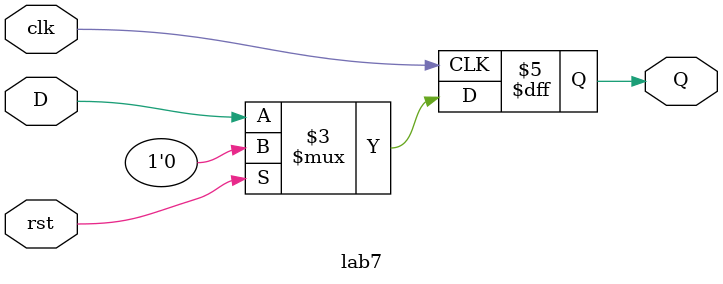
<source format=v>
module lab7(input D, input clk, input rst, output reg Q);

always @(posedge clk)
begin

if(rst)
	Q <= 0;
else
	Q <= D;

end
endmodule
</source>
